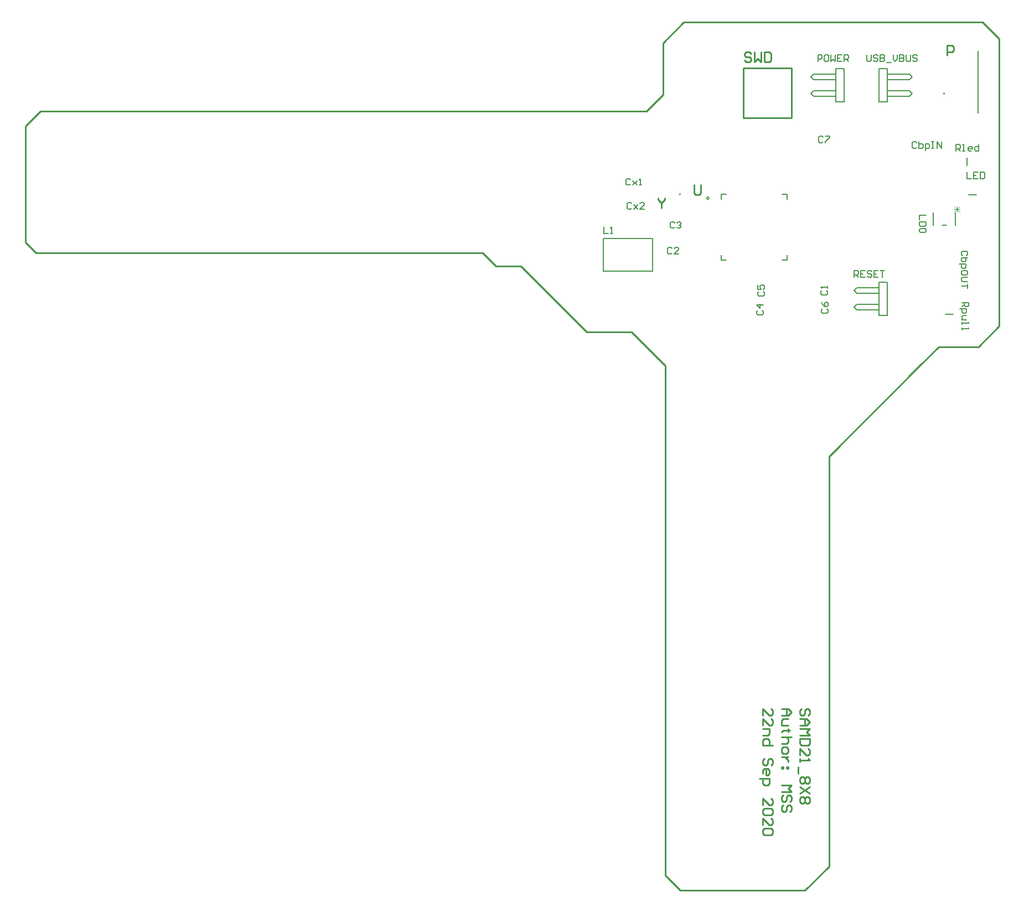
<source format=gto>
G04*
G04 #@! TF.GenerationSoftware,Altium Limited,Altium Designer,20.1.14 (287)*
G04*
G04 Layer_Color=65535*
%FSLAX44Y44*%
%MOMM*%
G71*
G04*
G04 #@! TF.SameCoordinates,B6D4B11B-705C-47F8-BF2D-E6778052D7CC*
G04*
G04*
G04 #@! TF.FilePolarity,Positive*
G04*
G01*
G75*
%ADD10C,0.0000*%
%ADD11C,0.2000*%
%ADD12C,0.0500*%
%ADD13C,0.2540*%
%ADD14C,0.1270*%
%ADD15C,0.1524*%
%ADD16C,0.1500*%
%ADD17C,0.0762*%
D10*
X1674540Y1333630D02*
G03*
X1674540Y1333630I-1270J0D01*
G01*
D11*
X1313833Y1173530D02*
G03*
X1313833Y1173530I-1803J0D01*
G01*
X1586230Y1320800D02*
Y1371600D01*
X1573530D02*
X1586230D01*
X1573530Y1320800D02*
X1586230D01*
X1573530D02*
Y1371600D01*
X1586230Y1329267D02*
X1620097D01*
X1624330Y1333500D01*
X1620097Y1337733D02*
X1624330Y1333500D01*
X1586230Y1337733D02*
X1620097D01*
X1586230Y1354667D02*
X1620097D01*
X1624330Y1358900D01*
X1620097Y1363133D02*
X1624330Y1358900D01*
X1586230Y1363133D02*
X1620097D01*
X1675480Y995680D02*
X1687480D01*
X1708150Y1223360D02*
Y1235360D01*
X1573530Y994410D02*
Y1045210D01*
Y994410D02*
X1586230D01*
X1573530Y1045210D02*
X1586230D01*
Y994410D02*
Y1045210D01*
X1539663Y1036743D02*
X1573530D01*
X1535430Y1032510D02*
X1539663Y1036743D01*
X1535430Y1032510D02*
X1539663Y1028277D01*
X1539663Y1028277D02*
X1573530D01*
X1539663Y1011343D02*
X1573530D01*
X1535430Y1007110D02*
X1539663Y1011343D01*
X1535430Y1007110D02*
X1539663Y1002877D01*
X1573530D01*
X1507490Y1320800D02*
Y1371600D01*
Y1320800D02*
X1520190D01*
X1507490Y1371600D02*
X1520190D01*
Y1320800D02*
Y1371600D01*
X1473623Y1363133D02*
X1507490D01*
X1469390Y1358900D02*
X1473623Y1363133D01*
X1469390Y1358900D02*
X1473623Y1354667D01*
X1473623Y1354667D02*
X1507490D01*
X1473623Y1337733D02*
X1507490D01*
X1469390Y1333500D02*
X1473623Y1337733D01*
X1469390Y1333500D02*
X1473623Y1329267D01*
X1507490D01*
X1711040Y1178670D02*
X1723040D01*
X1227490Y1087120D02*
Y1112120D01*
X1152490D02*
X1227490D01*
X1152490Y1062120D02*
Y1112120D01*
Y1062120D02*
X1227490D01*
Y1087120D01*
D12*
X1270834Y1179270D02*
G03*
X1270834Y1179270I-1414J0D01*
G01*
D13*
X1247140Y137160D02*
X1270000Y114300D01*
X1460500D01*
X988060Y1069340D02*
X1026160D01*
X1460500Y114300D02*
X1497330Y151130D01*
X1757680Y977900D02*
Y1414145D01*
X1725930Y946150D02*
X1757680Y977900D01*
X1664970Y946150D02*
X1725930D01*
X1635760Y916940D02*
X1664970Y946150D01*
X1497330Y778510D02*
X1635760Y916940D01*
X1497330Y778510D02*
X1497330Y151130D01*
X1247140Y916940D02*
X1247140Y137160D01*
X1195070Y969010D02*
X1247140Y916940D01*
X1137920Y969010D02*
X1195070D01*
X1126490D02*
X1137920D01*
X1026160Y1069340D02*
X1126490Y969010D01*
X967740Y1089660D02*
X988060Y1069340D01*
X963930Y1089660D02*
X967740D01*
X284480D02*
X963930D01*
X267970Y1106170D02*
X284480Y1089660D01*
X267970Y1106170D02*
Y1283970D01*
X290830Y1306830D01*
X1217930D01*
X1243330Y1332230D01*
Y1410970D01*
X1275080Y1442720D01*
X1732280D01*
X1757680Y1417320D01*
Y1410970D02*
Y1417320D01*
X1366520Y1372870D02*
X1440180D01*
Y1296670D02*
Y1372870D01*
X1366520Y1296670D02*
X1440180D01*
X1366520D02*
Y1372870D01*
X1395728Y382273D02*
Y392430D01*
X1405885Y382273D01*
X1408424D01*
X1410963Y384813D01*
Y389891D01*
X1408424Y392430D01*
X1395728Y367038D02*
Y377195D01*
X1405885Y367038D01*
X1408424D01*
X1410963Y369577D01*
Y374656D01*
X1408424Y377195D01*
X1395728Y361960D02*
X1405885D01*
Y354342D01*
X1403346Y351803D01*
X1395728D01*
X1410963Y336568D02*
X1395728D01*
Y344186D01*
X1398268Y346725D01*
X1403346D01*
X1405885Y344186D01*
Y336568D01*
X1408424Y306098D02*
X1410963Y308637D01*
Y313715D01*
X1408424Y316255D01*
X1405885D01*
X1403346Y313715D01*
Y308637D01*
X1400807Y306098D01*
X1398268D01*
X1395728Y308637D01*
Y313715D01*
X1398268Y316255D01*
X1395728Y293402D02*
Y298480D01*
X1398268Y301020D01*
X1403346D01*
X1405885Y298480D01*
Y293402D01*
X1403346Y290863D01*
X1400807D01*
Y301020D01*
X1390650Y285784D02*
X1405885D01*
Y278167D01*
X1403346Y275628D01*
X1398268D01*
X1395728Y278167D01*
Y285784D01*
Y245158D02*
Y255314D01*
X1405885Y245158D01*
X1408424D01*
X1410963Y247697D01*
Y252775D01*
X1408424Y255314D01*
Y240079D02*
X1410963Y237540D01*
Y232462D01*
X1408424Y229923D01*
X1398268D01*
X1395728Y232462D01*
Y237540D01*
X1398268Y240079D01*
X1408424D01*
X1395728Y214688D02*
Y224844D01*
X1405885Y214688D01*
X1408424D01*
X1410963Y217227D01*
Y222305D01*
X1408424Y224844D01*
Y209609D02*
X1410963Y207070D01*
Y201992D01*
X1408424Y199452D01*
X1398268D01*
X1395728Y201992D01*
Y207070D01*
X1398268Y209609D01*
X1408424D01*
X1465575Y382273D02*
X1468114Y384813D01*
Y389891D01*
X1465575Y392430D01*
X1463036D01*
X1460497Y389891D01*
Y384813D01*
X1457957Y382273D01*
X1455418D01*
X1452879Y384813D01*
Y389891D01*
X1455418Y392430D01*
X1452879Y377195D02*
X1463036D01*
X1468114Y372117D01*
X1463036Y367038D01*
X1452879D01*
X1460497D01*
Y377195D01*
X1452879Y361960D02*
X1468114D01*
X1463036Y356881D01*
X1468114Y351803D01*
X1452879D01*
X1468114Y346725D02*
X1452879D01*
Y339107D01*
X1455418Y336568D01*
X1465575D01*
X1468114Y339107D01*
Y346725D01*
X1452879Y321333D02*
Y331490D01*
X1463036Y321333D01*
X1465575D01*
X1468114Y323872D01*
Y328951D01*
X1465575Y331490D01*
X1452879Y316255D02*
Y311176D01*
Y313715D01*
X1468114D01*
X1465575Y316255D01*
X1450340Y303559D02*
Y293402D01*
X1465575Y288324D02*
X1468114Y285784D01*
Y280706D01*
X1465575Y278167D01*
X1463036D01*
X1460497Y280706D01*
X1457957Y278167D01*
X1455418D01*
X1452879Y280706D01*
Y285784D01*
X1455418Y288324D01*
X1457957D01*
X1460497Y285784D01*
X1463036Y288324D01*
X1465575D01*
X1460497Y285784D02*
Y280706D01*
X1468114Y273089D02*
X1452879Y262932D01*
X1468114D02*
X1452879Y273089D01*
X1465575Y257854D02*
X1468114Y255314D01*
Y250236D01*
X1465575Y247697D01*
X1463036D01*
X1460497Y250236D01*
X1457957Y247697D01*
X1455418D01*
X1452879Y250236D01*
Y255314D01*
X1455418Y257854D01*
X1457957D01*
X1460497Y255314D01*
X1463036Y257854D01*
X1465575D01*
X1460497Y255314D02*
Y250236D01*
X1424940Y392430D02*
X1435097D01*
X1440175Y387352D01*
X1435097Y382273D01*
X1424940D01*
X1432558D01*
Y392430D01*
X1435097Y377195D02*
X1427479D01*
X1424940Y374656D01*
Y367038D01*
X1435097D01*
X1437636Y359421D02*
X1435097D01*
Y361960D01*
Y356881D01*
Y359421D01*
X1427479D01*
X1424940Y356881D01*
X1440175Y349264D02*
X1424940D01*
X1432558D01*
X1435097Y346725D01*
Y341646D01*
X1432558Y339107D01*
X1424940D01*
Y331490D02*
Y326411D01*
X1427479Y323872D01*
X1432558D01*
X1435097Y326411D01*
Y331490D01*
X1432558Y334029D01*
X1427479D01*
X1424940Y331490D01*
X1435097Y318794D02*
X1424940D01*
X1430018D01*
X1432558Y316255D01*
X1435097Y313715D01*
Y311176D01*
Y303559D02*
Y301020D01*
X1432558D01*
Y303559D01*
X1435097D01*
X1427479D02*
Y301020D01*
X1424940D01*
Y303559D01*
X1427479D01*
X1424940Y275628D02*
X1440175D01*
X1435097Y270549D01*
X1440175Y265471D01*
X1424940D01*
X1437636Y250236D02*
X1440175Y252775D01*
Y257854D01*
X1437636Y260393D01*
X1435097D01*
X1432558Y257854D01*
Y252775D01*
X1430018Y250236D01*
X1427479D01*
X1424940Y252775D01*
Y257854D01*
X1427479Y260393D01*
X1437636Y235001D02*
X1440175Y237540D01*
Y242619D01*
X1437636Y245158D01*
X1435097D01*
X1432558Y242619D01*
Y237540D01*
X1430018Y235001D01*
X1427479D01*
X1424940Y237540D01*
Y242619D01*
X1427479Y245158D01*
X1677672Y1391922D02*
Y1407157D01*
X1685289D01*
X1687828Y1404618D01*
Y1399540D01*
X1685289Y1397001D01*
X1677672D01*
X1291336Y1193541D02*
Y1180845D01*
X1293875Y1178306D01*
X1298954D01*
X1301493Y1180845D01*
Y1193541D01*
X1235712Y1173477D02*
Y1170938D01*
X1240790Y1165860D01*
X1245868Y1170938D01*
Y1173477D01*
X1240790Y1165860D02*
Y1158242D01*
X1377947Y1394456D02*
X1375408Y1396995D01*
X1370329D01*
X1367790Y1394456D01*
Y1391917D01*
X1370329Y1389377D01*
X1375408D01*
X1377947Y1386838D01*
Y1384299D01*
X1375408Y1381760D01*
X1370329D01*
X1367790Y1384299D01*
X1383025Y1396995D02*
Y1381760D01*
X1388103Y1386838D01*
X1393182Y1381760D01*
Y1396995D01*
X1398260D02*
Y1381760D01*
X1405878D01*
X1408417Y1384299D01*
Y1394456D01*
X1405878Y1396995D01*
X1398260D01*
D14*
X1725270Y1303630D02*
Y1398630D01*
X1425530Y1078530D02*
X1433530D01*
Y1086530D01*
X1332530Y1078530D02*
X1340530D01*
X1332530D02*
Y1086530D01*
X1433530Y1171530D02*
Y1179530D01*
X1425530D02*
X1433530D01*
X1332530Y1171530D02*
Y1179530D01*
X1340530D01*
D15*
X1657096Y1131951D02*
Y1151509D01*
X1670227Y1131951D02*
X1677493D01*
X1690624D02*
Y1151509D01*
D16*
X1555529Y1392672D02*
Y1384341D01*
X1557195Y1382675D01*
X1560527D01*
X1562193Y1384341D01*
Y1392672D01*
X1572190Y1391005D02*
X1570524Y1392672D01*
X1567192D01*
X1565526Y1391005D01*
Y1389339D01*
X1567192Y1387673D01*
X1570524D01*
X1572190Y1386007D01*
Y1384341D01*
X1570524Y1382675D01*
X1567192D01*
X1565526Y1384341D01*
X1575523Y1392672D02*
Y1382675D01*
X1580521D01*
X1582187Y1384341D01*
Y1386007D01*
X1580521Y1387673D01*
X1575523D01*
X1580521D01*
X1582187Y1389339D01*
Y1391005D01*
X1580521Y1392672D01*
X1575523D01*
X1585519Y1381008D02*
X1592184D01*
X1595516Y1392672D02*
Y1386007D01*
X1598848Y1382675D01*
X1602181Y1386007D01*
Y1392672D01*
X1605513D02*
Y1382675D01*
X1610511D01*
X1612177Y1384341D01*
Y1386007D01*
X1610511Y1387673D01*
X1605513D01*
X1610511D01*
X1612177Y1389339D01*
Y1391005D01*
X1610511Y1392672D01*
X1605513D01*
X1615510D02*
Y1384341D01*
X1617176Y1382675D01*
X1620508D01*
X1622174Y1384341D01*
Y1392672D01*
X1632171Y1391005D02*
X1630505Y1392672D01*
X1627173D01*
X1625506Y1391005D01*
Y1389339D01*
X1627173Y1387673D01*
X1630505D01*
X1632171Y1386007D01*
Y1384341D01*
X1630505Y1382675D01*
X1627173D01*
X1625506Y1384341D01*
X1701008Y1013967D02*
X1711004D01*
Y1008968D01*
X1709338Y1007302D01*
X1706006D01*
X1704340Y1008968D01*
Y1013967D01*
Y1010634D02*
X1701008Y1007302D01*
X1697675Y1003970D02*
X1707672D01*
Y998971D01*
X1706006Y997305D01*
X1702674D01*
X1701008Y998971D01*
Y1003970D01*
X1707672Y993973D02*
X1702674D01*
X1701008Y992307D01*
Y987309D01*
X1707672D01*
X1701008Y983976D02*
Y980644D01*
Y982310D01*
X1711004D01*
Y983976D01*
X1701008Y975646D02*
Y972313D01*
Y973979D01*
X1711004D01*
Y975646D01*
X1691640Y1245870D02*
Y1255867D01*
X1696638D01*
X1698304Y1254201D01*
Y1250868D01*
X1696638Y1249202D01*
X1691640D01*
X1694972D02*
X1698304Y1245870D01*
X1701637D02*
X1704969D01*
X1703303D01*
Y1255867D01*
X1701637D01*
X1714966Y1245870D02*
X1711634D01*
X1709967Y1247536D01*
Y1250868D01*
X1711634Y1252534D01*
X1714966D01*
X1716632Y1250868D01*
Y1249202D01*
X1709967D01*
X1726629Y1255867D02*
Y1245870D01*
X1721630D01*
X1719964Y1247536D01*
Y1250868D01*
X1721630Y1252534D01*
X1726629D01*
X1535938Y1052830D02*
Y1062827D01*
X1540936D01*
X1542603Y1061161D01*
Y1057828D01*
X1540936Y1056162D01*
X1535938D01*
X1539270D02*
X1542603Y1052830D01*
X1552599Y1062827D02*
X1545935D01*
Y1052830D01*
X1552599D01*
X1545935Y1057828D02*
X1549267D01*
X1562596Y1061161D02*
X1560930Y1062827D01*
X1557598D01*
X1555932Y1061161D01*
Y1059494D01*
X1557598Y1057828D01*
X1560930D01*
X1562596Y1056162D01*
Y1054496D01*
X1560930Y1052830D01*
X1557598D01*
X1555932Y1054496D01*
X1572593Y1062827D02*
X1565928D01*
Y1052830D01*
X1572593D01*
X1565928Y1057828D02*
X1569261D01*
X1575925Y1062827D02*
X1582590D01*
X1579257D01*
Y1052830D01*
X1480354Y1383112D02*
Y1393108D01*
X1485353D01*
X1487019Y1391442D01*
Y1388110D01*
X1485353Y1386444D01*
X1480354D01*
X1495349Y1393108D02*
X1492017D01*
X1490351Y1391442D01*
Y1384778D01*
X1492017Y1383112D01*
X1495349D01*
X1497016Y1384778D01*
Y1391442D01*
X1495349Y1393108D01*
X1500348D02*
Y1383112D01*
X1503680Y1386444D01*
X1507012Y1383112D01*
Y1393108D01*
X1517009D02*
X1510345D01*
Y1383112D01*
X1517009D01*
X1510345Y1388110D02*
X1513677D01*
X1520341Y1383112D02*
Y1393108D01*
X1525340D01*
X1527006Y1391442D01*
Y1388110D01*
X1525340Y1386444D01*
X1520341D01*
X1523674D02*
X1527006Y1383112D01*
X1708658Y1213195D02*
Y1203198D01*
X1715323D01*
X1725319Y1213195D02*
X1718655D01*
Y1203198D01*
X1725319D01*
X1718655Y1208196D02*
X1721987D01*
X1728652Y1213195D02*
Y1203198D01*
X1733650D01*
X1735316Y1204864D01*
Y1211529D01*
X1733650Y1213195D01*
X1728652D01*
X1645838Y1147439D02*
X1635842D01*
Y1140775D01*
X1645838Y1137442D02*
X1635842D01*
Y1132444D01*
X1637508Y1130778D01*
X1644172D01*
X1645838Y1132444D01*
Y1137442D01*
Y1122447D02*
Y1125779D01*
X1644172Y1127445D01*
X1637508D01*
X1635842Y1125779D01*
Y1122447D01*
X1637508Y1120781D01*
X1644172D01*
X1645838Y1122447D01*
X1152906Y1129629D02*
Y1119632D01*
X1159570D01*
X1162903D02*
X1166235D01*
X1164569D01*
Y1129629D01*
X1162903Y1127963D01*
X1195130Y1165047D02*
X1193464Y1166713D01*
X1190132D01*
X1188466Y1165047D01*
Y1158382D01*
X1190132Y1156716D01*
X1193464D01*
X1195130Y1158382D01*
X1198463Y1163381D02*
X1205127Y1156716D01*
X1201795Y1160048D01*
X1205127Y1163381D01*
X1198463Y1156716D01*
X1215124D02*
X1208460D01*
X1215124Y1163381D01*
Y1165047D01*
X1213458Y1166713D01*
X1210126D01*
X1208460Y1165047D01*
X1193860Y1201877D02*
X1192194Y1203543D01*
X1188862D01*
X1187196Y1201877D01*
Y1195212D01*
X1188862Y1193546D01*
X1192194D01*
X1193860Y1195212D01*
X1197193Y1200210D02*
X1203857Y1193546D01*
X1200525Y1196878D01*
X1203857Y1200210D01*
X1197193Y1193546D01*
X1207190D02*
X1210522D01*
X1208856D01*
Y1203543D01*
X1207190Y1201877D01*
X1708068Y1085920D02*
X1709734Y1087586D01*
Y1090918D01*
X1708068Y1092584D01*
X1701404D01*
X1699738Y1090918D01*
Y1087586D01*
X1701404Y1085920D01*
X1709734Y1082587D02*
X1699738D01*
Y1077589D01*
X1701404Y1075923D01*
X1703070D01*
X1704736D01*
X1706402Y1077589D01*
Y1082587D01*
X1696405Y1072591D02*
X1706402D01*
Y1067592D01*
X1704736Y1065926D01*
X1701404D01*
X1699738Y1067592D01*
Y1072591D01*
X1709734Y1057595D02*
Y1060928D01*
X1708068Y1062594D01*
X1701404D01*
X1699738Y1060928D01*
Y1057595D01*
X1701404Y1055929D01*
X1708068D01*
X1709734Y1057595D01*
Y1052597D02*
X1701404D01*
X1699738Y1050931D01*
Y1047599D01*
X1701404Y1045933D01*
X1709734D01*
Y1042600D02*
Y1035936D01*
Y1039268D01*
X1699738D01*
X1631362Y1258488D02*
X1629696Y1260154D01*
X1626363D01*
X1624697Y1258488D01*
Y1251824D01*
X1626363Y1250158D01*
X1629696D01*
X1631362Y1251824D01*
X1634694Y1260154D02*
Y1250158D01*
X1639692D01*
X1641358Y1251824D01*
Y1253490D01*
Y1255156D01*
X1639692Y1256822D01*
X1634694D01*
X1644691Y1246825D02*
Y1256822D01*
X1649689D01*
X1651355Y1255156D01*
Y1251824D01*
X1649689Y1250158D01*
X1644691D01*
X1654688Y1260154D02*
X1658020D01*
X1656354D01*
Y1250158D01*
X1654688D01*
X1658020D01*
X1663018D02*
Y1260154D01*
X1669683Y1250158D01*
Y1260154D01*
X1488501Y1266647D02*
X1486834Y1268313D01*
X1483502D01*
X1481836Y1266647D01*
Y1259982D01*
X1483502Y1258316D01*
X1486834D01*
X1488501Y1259982D01*
X1491833Y1268313D02*
X1498497D01*
Y1266647D01*
X1491833Y1259982D01*
Y1258316D01*
X1487648Y1004174D02*
X1485982Y1002508D01*
Y999175D01*
X1487648Y997509D01*
X1494312D01*
X1495978Y999175D01*
Y1002508D01*
X1494312Y1004174D01*
X1485982Y1014171D02*
X1487648Y1010838D01*
X1490980Y1007506D01*
X1494312D01*
X1495978Y1009172D01*
Y1012505D01*
X1494312Y1014171D01*
X1492646D01*
X1490980Y1012505D01*
Y1007506D01*
X1390098Y1030844D02*
X1388432Y1029178D01*
Y1025845D01*
X1390098Y1024179D01*
X1396762D01*
X1398428Y1025845D01*
Y1029178D01*
X1396762Y1030844D01*
X1388432Y1040841D02*
Y1034176D01*
X1393430D01*
X1391764Y1037508D01*
Y1039174D01*
X1393430Y1040841D01*
X1396762D01*
X1398428Y1039174D01*
Y1035842D01*
X1396762Y1034176D01*
X1388588Y1001634D02*
X1386922Y999968D01*
Y996636D01*
X1388588Y994969D01*
X1395252D01*
X1396918Y996636D01*
Y999968D01*
X1395252Y1001634D01*
X1396918Y1009965D02*
X1386922D01*
X1391920Y1004966D01*
Y1011631D01*
X1261171Y1135837D02*
X1259504Y1137503D01*
X1256172D01*
X1254506Y1135837D01*
Y1129172D01*
X1256172Y1127506D01*
X1259504D01*
X1261171Y1129172D01*
X1264503Y1135837D02*
X1266169Y1137503D01*
X1269501D01*
X1271167Y1135837D01*
Y1134171D01*
X1269501Y1132504D01*
X1267835D01*
X1269501D01*
X1271167Y1130838D01*
Y1129172D01*
X1269501Y1127506D01*
X1266169D01*
X1264503Y1129172D01*
X1257361Y1096467D02*
X1255694Y1098133D01*
X1252362D01*
X1250696Y1096467D01*
Y1089802D01*
X1252362Y1088136D01*
X1255694D01*
X1257361Y1089802D01*
X1267357Y1088136D02*
X1260693D01*
X1267357Y1094800D01*
Y1096467D01*
X1265691Y1098133D01*
X1262359D01*
X1260693Y1096467D01*
X1486498Y1032510D02*
X1484832Y1030844D01*
Y1027512D01*
X1486498Y1025845D01*
X1493162D01*
X1494828Y1027512D01*
Y1030844D01*
X1493162Y1032510D01*
X1494828Y1035842D02*
Y1039174D01*
Y1037508D01*
X1484832D01*
X1486498Y1035842D01*
D17*
X1697750Y1160971D02*
X1689286Y1152507D01*
Y1160971D02*
X1697750Y1152507D01*
X1693518Y1160971D02*
Y1152507D01*
X1689286Y1156739D02*
X1697750D01*
M02*

</source>
